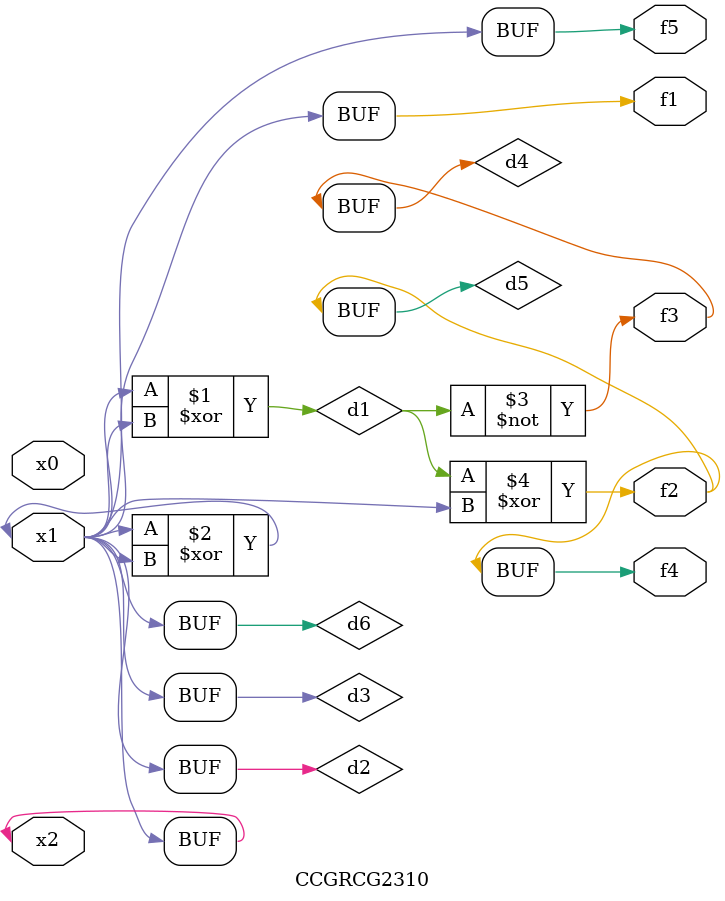
<source format=v>
module CCGRCG2310(
	input x0, x1, x2,
	output f1, f2, f3, f4, f5
);

	wire d1, d2, d3, d4, d5, d6;

	xor (d1, x1, x2);
	buf (d2, x1, x2);
	xor (d3, x1, x2);
	nor (d4, d1);
	xor (d5, d1, d2);
	buf (d6, d2, d3);
	assign f1 = d6;
	assign f2 = d5;
	assign f3 = d4;
	assign f4 = d5;
	assign f5 = d6;
endmodule

</source>
